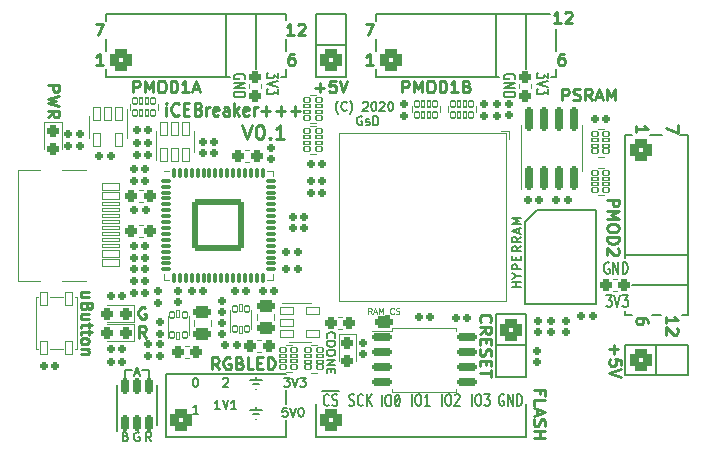
<source format=gto>
G04 #@! TF.GenerationSoftware,KiCad,Pcbnew,(5.99.0-7519-ga8269b6380)*
G04 #@! TF.CreationDate,2020-12-12T14:20:42-08:00*
G04 #@! TF.ProjectId,icebreaker++,69636562-7265-4616-9b65-722b2b2e6b69,V0.1*
G04 #@! TF.SameCoordinates,PX1c9c380PY3ef1480*
G04 #@! TF.FileFunction,Legend,Top*
G04 #@! TF.FilePolarity,Positive*
%FSLAX46Y46*%
G04 Gerber Fmt 4.6, Leading zero omitted, Abs format (unit mm)*
G04 Created by KiCad (PCBNEW (5.99.0-7519-ga8269b6380)) date 2020-12-12 14:20:42*
%MOMM*%
%LPD*%
G01*
G04 APERTURE LIST*
G04 Aperture macros list*
%AMRoundRect*
0 Rectangle with rounded corners*
0 $1 Rounding radius*
0 $2 $3 $4 $5 $6 $7 $8 $9 X,Y pos of 4 corners*
0 Add a 4 corners polygon primitive as box body*
4,1,4,$2,$3,$4,$5,$6,$7,$8,$9,$2,$3,0*
0 Add four circle primitives for the rounded corners*
1,1,$1+$1,$2,$3,0*
1,1,$1+$1,$4,$5,0*
1,1,$1+$1,$6,$7,0*
1,1,$1+$1,$8,$9,0*
0 Add four rect primitives between the rounded corners*
20,1,$1+$1,$2,$3,$4,$5,0*
20,1,$1+$1,$4,$5,$6,$7,0*
20,1,$1+$1,$6,$7,$8,$9,0*
20,1,$1+$1,$8,$9,$2,$3,0*%
G04 Aperture macros list end*
%ADD10C,0.200000*%
%ADD11C,0.250000*%
%ADD12C,0.187500*%
%ADD13C,0.125000*%
%ADD14C,0.120000*%
%ADD15C,0.150000*%
%ADD16RoundRect,0.365440X0.548160X-0.548160X0.548160X0.548160X-0.548160X0.548160X-0.548160X-0.548160X0*%
%ADD17O,1.827200X1.827200*%
%ADD18C,1.827200*%
%ADD19RoundRect,0.365440X0.548160X0.548160X-0.548160X0.548160X-0.548160X-0.548160X0.548160X-0.548160X0*%
%ADD20C,3.300000*%
%ADD21RoundRect,0.172500X0.172500X0.197500X-0.172500X0.197500X-0.172500X-0.197500X0.172500X-0.197500X0*%
%ADD22RoundRect,0.360000X0.540000X-0.540000X0.540000X0.540000X-0.540000X0.540000X-0.540000X-0.540000X0*%
%ADD23O,1.800000X1.800000*%
%ADD24RoundRect,0.360000X-0.540000X-0.540000X0.540000X-0.540000X0.540000X0.540000X-0.540000X0.540000X0*%
%ADD25RoundRect,0.172500X0.197500X-0.172500X0.197500X0.172500X-0.197500X0.172500X-0.197500X-0.172500X0*%
%ADD26RoundRect,0.172500X-0.172500X-0.197500X0.172500X-0.197500X0.172500X0.197500X-0.172500X0.197500X0*%
%ADD27RoundRect,0.050000X0.325000X-0.530000X0.325000X0.530000X-0.325000X0.530000X-0.325000X-0.530000X0*%
%ADD28RoundRect,0.087500X-0.362500X-0.087500X0.362500X-0.087500X0.362500X0.087500X-0.362500X0.087500X0*%
%ADD29RoundRect,0.087500X-0.087500X-0.362500X0.087500X-0.362500X0.087500X0.362500X-0.087500X0.362500X0*%
%ADD30RoundRect,0.253650X-1.971349X-1.971349X1.971349X-1.971349X1.971349X1.971349X-1.971349X1.971349X0*%
%ADD31RoundRect,0.243750X-0.281250X0.243750X-0.281250X-0.243750X0.281250X-0.243750X0.281250X0.243750X0*%
%ADD32RoundRect,0.243750X0.243750X0.281250X-0.243750X0.281250X-0.243750X-0.281250X0.243750X-0.281250X0*%
%ADD33RoundRect,0.172500X-0.197500X0.172500X-0.197500X-0.172500X0.197500X-0.172500X0.197500X0.172500X0*%
%ADD34RoundRect,0.050000X0.200000X-0.250000X0.200000X0.250000X-0.200000X0.250000X-0.200000X-0.250000X0*%
%ADD35RoundRect,0.050000X0.150000X-0.250000X0.150000X0.250000X-0.150000X0.250000X-0.150000X-0.250000X0*%
%ADD36RoundRect,0.360000X-0.540000X0.540000X-0.540000X-0.540000X0.540000X-0.540000X0.540000X0.540000X0*%
%ADD37RoundRect,0.050000X-0.250000X-0.200000X0.250000X-0.200000X0.250000X0.200000X-0.250000X0.200000X0*%
%ADD38RoundRect,0.050000X-0.250000X-0.150000X0.250000X-0.150000X0.250000X0.150000X-0.250000X0.150000X0*%
%ADD39RoundRect,0.243750X0.281250X-0.243750X0.281250X0.243750X-0.281250X0.243750X-0.281250X-0.243750X0*%
%ADD40RoundRect,0.243750X-0.243750X-0.281250X0.243750X-0.281250X0.243750X0.281250X-0.243750X0.281250X0*%
%ADD41RoundRect,0.050000X-0.325000X0.525000X-0.325000X-0.525000X0.325000X-0.525000X0.325000X0.525000X0*%
%ADD42RoundRect,0.275000X-0.525000X-0.275000X0.525000X-0.275000X0.525000X0.275000X-0.525000X0.275000X0*%
%ADD43RoundRect,0.175000X0.175000X-0.475000X0.175000X0.475000X-0.175000X0.475000X-0.175000X-0.475000X0*%
%ADD44RoundRect,0.050000X-0.325000X0.530000X-0.325000X-0.530000X0.325000X-0.530000X0.325000X0.530000X0*%
%ADD45RoundRect,0.050000X-0.530000X-0.325000X0.530000X-0.325000X0.530000X0.325000X-0.530000X0.325000X0*%
%ADD46RoundRect,0.175000X0.175000X-0.850000X0.175000X0.850000X-0.175000X0.850000X-0.175000X-0.850000X0*%
%ADD47C,0.750000*%
%ADD48RoundRect,0.050000X-0.725000X0.300000X-0.725000X-0.300000X0.725000X-0.300000X0.725000X0.300000X0*%
%ADD49RoundRect,0.050000X-0.725000X0.150000X-0.725000X-0.150000X0.725000X-0.150000X0.725000X0.150000X0*%
%ADD50O,1.700000X1.100000*%
%ADD51O,2.200000X1.100000*%
%ADD52C,0.450000*%
%ADD53RoundRect,0.268750X-0.481250X0.268750X-0.481250X-0.268750X0.481250X-0.268750X0.481250X0.268750X0*%
%ADD54RoundRect,0.050000X0.187500X-0.250000X0.187500X0.250000X-0.187500X0.250000X-0.187500X-0.250000X0*%
%ADD55RoundRect,0.050000X0.150000X-0.325000X0.150000X0.325000X-0.150000X0.325000X-0.150000X-0.325000X0*%
%ADD56C,0.470000*%
%ADD57RoundRect,0.175000X-0.675000X-0.175000X0.675000X-0.175000X0.675000X0.175000X-0.675000X0.175000X0*%
G04 APERTURE END LIST*
D10*
X6050000Y33232000D02*
X6050000Y34247999D01*
X16209999Y31073000D02*
X6050000Y31072999D01*
X6050000Y35772000D02*
X6050000Y36407000D01*
X16209999Y31073000D02*
X16591000Y31073000D01*
X16209999Y31073000D02*
X16210000Y36407000D01*
X20909000Y31073000D02*
X21290000Y31073000D01*
X21290000Y35899000D02*
X21290000Y36407000D01*
X6050000Y36407000D02*
X18750000Y36407000D01*
X21290000Y33232000D02*
X21290000Y34248000D01*
X18750000Y31708000D02*
X18750000Y36407000D01*
X18750000Y36407000D02*
X21290000Y36407000D01*
X6050000Y31072999D02*
X6050000Y31708000D01*
X39069999Y31073000D02*
X39324000Y31073000D01*
X28910000Y33232000D02*
X28910000Y34247999D01*
X44150000Y31073000D02*
X44150000Y31708000D01*
X43769000Y31073000D02*
X44150000Y31073000D01*
X41610000Y31708000D02*
X41610000Y36407000D01*
X39069999Y31073000D02*
X39070000Y36407000D01*
X44150000Y33232000D02*
X44150000Y35137000D01*
X41610000Y36407000D02*
X43642000Y36407000D01*
X28910000Y35772000D02*
X28910000Y36407000D01*
X28910000Y36407000D02*
X41610000Y36407000D01*
X39069999Y31073000D02*
X28910000Y31072999D01*
X28910000Y31072999D02*
X28910000Y31708000D01*
X23829999Y31073000D02*
X26370000Y31073000D01*
X26370000Y31073000D02*
X26370000Y36407000D01*
X23829999Y31073000D02*
X23830000Y36407000D01*
X23830000Y36407000D02*
X26370000Y36407000D01*
X50023000Y5800001D02*
X50023000Y8340000D01*
X55357000Y5799998D02*
X50023000Y5800001D01*
X55357000Y8340000D02*
X50023000Y8340000D01*
X55357000Y5799998D02*
X55357000Y8340000D01*
X50023000Y15960001D02*
X50023000Y15706000D01*
X52182000Y26120000D02*
X53197999Y26120000D01*
X54722000Y26120000D02*
X55357000Y26120000D01*
X50022999Y26120000D02*
X50658000Y26120000D01*
X50023000Y11261000D02*
X50023000Y10880000D01*
X50023000Y15960001D02*
X55357000Y15960000D01*
X50658000Y13420000D02*
X55357000Y13420000D01*
X55357000Y13420000D02*
X55357000Y10880000D01*
X55357000Y26120000D02*
X55357000Y13420000D01*
X50023000Y15960001D02*
X50022999Y26120000D01*
X39069999Y11007000D02*
X39070000Y5673000D01*
X41610002Y11007000D02*
X41609999Y5672999D01*
X39070000Y8340000D02*
X41610000Y8340000D01*
X41609999Y5672999D02*
X39070000Y5673000D01*
X41610002Y11007000D02*
X39069999Y11007000D01*
X21290000Y593000D02*
X21290000Y1990000D01*
X21290000Y593000D02*
X11130000Y593000D01*
X18496000Y5038000D02*
X19004000Y5038000D01*
X18750000Y5419000D02*
X18750000Y5673000D01*
X18750000Y4657000D02*
G75*
G03*
X18750000Y4657000I0J0D01*
G01*
X18242000Y5419000D02*
X19258000Y5419000D01*
X7700000Y6200000D02*
X7700000Y5600000D01*
X50023000Y10880000D02*
X50658000Y10880000D01*
X11130000Y5927000D02*
X21290000Y5927000D01*
X41610000Y593000D02*
X41610000Y3387000D01*
X21290000Y31073000D02*
X21290000Y31708000D01*
X18242000Y2879000D02*
X19258000Y2879000D01*
X54849000Y10880000D02*
X55357000Y10880000D01*
X18750000Y2117000D02*
G75*
G03*
X18750000Y2117000I0J0D01*
G01*
X52690000Y8340000D02*
X52690000Y5800000D01*
X52309000Y10880000D02*
X53071000Y10880000D01*
X9100000Y6200000D02*
X9700000Y6200000D01*
X18496000Y2498000D02*
X19004000Y2498000D01*
X23830000Y593000D02*
X41610000Y593000D01*
X8300000Y6200000D02*
X7700000Y6200000D01*
X23830000Y593000D02*
X23830000Y3387000D01*
X11130000Y5927000D02*
X11130000Y593000D01*
X30600000Y3325000D02*
X30900000Y3975000D01*
X9700000Y6200000D02*
X9700000Y5600000D01*
X21290000Y4530000D02*
X21290000Y3387000D01*
X23830000Y33740000D02*
X26370000Y33740000D01*
X18750000Y2879000D02*
X18750000Y3133000D01*
D11*
X8368095Y29731620D02*
X8368095Y30731620D01*
X8749047Y30731620D01*
X8844285Y30684000D01*
X8891904Y30636381D01*
X8939523Y30541143D01*
X8939523Y30398286D01*
X8891904Y30303048D01*
X8844285Y30255429D01*
X8749047Y30207810D01*
X8368095Y30207810D01*
X9368095Y29731620D02*
X9368095Y30731620D01*
X9701428Y30017334D01*
X10034761Y30731620D01*
X10034761Y29731620D01*
X10701428Y30731620D02*
X10891904Y30731620D01*
X10987142Y30684000D01*
X11082380Y30588762D01*
X11130000Y30398286D01*
X11130000Y30064953D01*
X11082380Y29874477D01*
X10987142Y29779239D01*
X10891904Y29731620D01*
X10701428Y29731620D01*
X10606190Y29779239D01*
X10510952Y29874477D01*
X10463333Y30064953D01*
X10463333Y30398286D01*
X10510952Y30588762D01*
X10606190Y30684000D01*
X10701428Y30731620D01*
X11558571Y29731620D02*
X11558571Y30731620D01*
X11796666Y30731620D01*
X11939523Y30684000D01*
X12034761Y30588762D01*
X12082380Y30493524D01*
X12130000Y30303048D01*
X12130000Y30160191D01*
X12082380Y29969715D01*
X12034761Y29874477D01*
X11939523Y29779239D01*
X11796666Y29731620D01*
X11558571Y29731620D01*
X13082380Y29731620D02*
X12510952Y29731620D01*
X12796666Y29731620D02*
X12796666Y30731620D01*
X12701428Y30588762D01*
X12606190Y30493524D01*
X12510952Y30445905D01*
X13463333Y30017334D02*
X13939523Y30017334D01*
X13368095Y29731620D02*
X13701428Y30731620D01*
X14034761Y29731620D01*
X23814285Y30112572D02*
X24576190Y30112572D01*
X24195238Y29731620D02*
X24195238Y30493524D01*
X25528571Y30731620D02*
X25052380Y30731620D01*
X25004761Y30255429D01*
X25052380Y30303048D01*
X25147619Y30350667D01*
X25385714Y30350667D01*
X25480952Y30303048D01*
X25528571Y30255429D01*
X25576190Y30160191D01*
X25576190Y29922096D01*
X25528571Y29826858D01*
X25480952Y29779239D01*
X25385714Y29731620D01*
X25147619Y29731620D01*
X25052380Y29779239D01*
X25004761Y29826858D01*
X25861904Y30731620D02*
X26195238Y29731620D01*
X26528571Y30731620D01*
X31156666Y29731620D02*
X31156666Y30731620D01*
X31537619Y30731620D01*
X31632857Y30684000D01*
X31680476Y30636381D01*
X31728095Y30541143D01*
X31728095Y30398286D01*
X31680476Y30303048D01*
X31632857Y30255429D01*
X31537619Y30207810D01*
X31156666Y30207810D01*
X32156666Y29731620D02*
X32156666Y30731620D01*
X32490000Y30017334D01*
X32823333Y30731620D01*
X32823333Y29731620D01*
X33490000Y30731620D02*
X33680476Y30731620D01*
X33775714Y30684000D01*
X33870952Y30588762D01*
X33918571Y30398286D01*
X33918571Y30064953D01*
X33870952Y29874477D01*
X33775714Y29779239D01*
X33680476Y29731620D01*
X33490000Y29731620D01*
X33394761Y29779239D01*
X33299523Y29874477D01*
X33251904Y30064953D01*
X33251904Y30398286D01*
X33299523Y30588762D01*
X33394761Y30684000D01*
X33490000Y30731620D01*
X34347142Y29731620D02*
X34347142Y30731620D01*
X34585238Y30731620D01*
X34728095Y30684000D01*
X34823333Y30588762D01*
X34870952Y30493524D01*
X34918571Y30303048D01*
X34918571Y30160191D01*
X34870952Y29969715D01*
X34823333Y29874477D01*
X34728095Y29779239D01*
X34585238Y29731620D01*
X34347142Y29731620D01*
X35870952Y29731620D02*
X35299523Y29731620D01*
X35585238Y29731620D02*
X35585238Y30731620D01*
X35490000Y30588762D01*
X35394761Y30493524D01*
X35299523Y30445905D01*
X36632857Y30255429D02*
X36775714Y30207810D01*
X36823333Y30160191D01*
X36870952Y30064953D01*
X36870952Y29922096D01*
X36823333Y29826858D01*
X36775714Y29779239D01*
X36680476Y29731620D01*
X36299523Y29731620D01*
X36299523Y30731620D01*
X36632857Y30731620D01*
X36728095Y30684000D01*
X36775714Y30636381D01*
X36823333Y30541143D01*
X36823333Y30445905D01*
X36775714Y30350667D01*
X36728095Y30303048D01*
X36632857Y30255429D01*
X36299523Y30255429D01*
X48527619Y20663334D02*
X49527619Y20663334D01*
X49527619Y20282381D01*
X49480000Y20187143D01*
X49432380Y20139524D01*
X49337142Y20091905D01*
X49194285Y20091905D01*
X49099047Y20139524D01*
X49051428Y20187143D01*
X49003809Y20282381D01*
X49003809Y20663334D01*
X48527619Y19663334D02*
X49527619Y19663334D01*
X48813333Y19330000D01*
X49527619Y18996667D01*
X48527619Y18996667D01*
X49527619Y18330000D02*
X49527619Y18139524D01*
X49480000Y18044286D01*
X49384761Y17949048D01*
X49194285Y17901429D01*
X48860952Y17901429D01*
X48670476Y17949048D01*
X48575238Y18044286D01*
X48527619Y18139524D01*
X48527619Y18330000D01*
X48575238Y18425239D01*
X48670476Y18520477D01*
X48860952Y18568096D01*
X49194285Y18568096D01*
X49384761Y18520477D01*
X49480000Y18425239D01*
X49527619Y18330000D01*
X48527619Y17472858D02*
X49527619Y17472858D01*
X49527619Y17234762D01*
X49480000Y17091905D01*
X49384761Y16996667D01*
X49289523Y16949048D01*
X49099047Y16901429D01*
X48956190Y16901429D01*
X48765714Y16949048D01*
X48670476Y16996667D01*
X48575238Y17091905D01*
X48527619Y17234762D01*
X48527619Y17472858D01*
X49432380Y16520477D02*
X49480000Y16472858D01*
X49527619Y16377620D01*
X49527619Y16139524D01*
X49480000Y16044286D01*
X49432380Y15996667D01*
X49337142Y15949048D01*
X49241904Y15949048D01*
X49099047Y15996667D01*
X48527619Y16568096D01*
X48527619Y15949048D01*
X42824428Y4188477D02*
X42824428Y4521810D01*
X42300619Y4521810D02*
X43300619Y4521810D01*
X43300619Y4045620D01*
X42300619Y3188477D02*
X42300619Y3664667D01*
X43300619Y3664667D01*
X42586333Y2902762D02*
X42586333Y2426572D01*
X42300619Y2998000D02*
X43300619Y2664667D01*
X42300619Y2331334D01*
X42348238Y2045620D02*
X42300619Y1902762D01*
X42300619Y1664667D01*
X42348238Y1569429D01*
X42395857Y1521810D01*
X42491095Y1474191D01*
X42586333Y1474191D01*
X42681571Y1521810D01*
X42729190Y1569429D01*
X42776809Y1664667D01*
X42824428Y1855143D01*
X42872047Y1950381D01*
X42919666Y1998000D01*
X43014904Y2045620D01*
X43110142Y2045620D01*
X43205380Y1998000D01*
X43253000Y1950381D01*
X43300619Y1855143D01*
X43300619Y1617048D01*
X43253000Y1474191D01*
X42300619Y1045620D02*
X43300619Y1045620D01*
X42824428Y1045620D02*
X42824428Y474191D01*
X42300619Y474191D02*
X43300619Y474191D01*
X15652380Y6297620D02*
X15319047Y6773810D01*
X15080952Y6297620D02*
X15080952Y7297620D01*
X15461904Y7297620D01*
X15557142Y7250000D01*
X15604761Y7202381D01*
X15652380Y7107143D01*
X15652380Y6964286D01*
X15604761Y6869048D01*
X15557142Y6821429D01*
X15461904Y6773810D01*
X15080952Y6773810D01*
X16604761Y7250000D02*
X16509523Y7297620D01*
X16366666Y7297620D01*
X16223809Y7250000D01*
X16128571Y7154762D01*
X16080952Y7059524D01*
X16033333Y6869048D01*
X16033333Y6726191D01*
X16080952Y6535715D01*
X16128571Y6440477D01*
X16223809Y6345239D01*
X16366666Y6297620D01*
X16461904Y6297620D01*
X16604761Y6345239D01*
X16652380Y6392858D01*
X16652380Y6726191D01*
X16461904Y6726191D01*
X17414285Y6821429D02*
X17557142Y6773810D01*
X17604761Y6726191D01*
X17652380Y6630953D01*
X17652380Y6488096D01*
X17604761Y6392858D01*
X17557142Y6345239D01*
X17461904Y6297620D01*
X17080952Y6297620D01*
X17080952Y7297620D01*
X17414285Y7297620D01*
X17509523Y7250000D01*
X17557142Y7202381D01*
X17604761Y7107143D01*
X17604761Y7011905D01*
X17557142Y6916667D01*
X17509523Y6869048D01*
X17414285Y6821429D01*
X17080952Y6821429D01*
X18557142Y6297620D02*
X18080952Y6297620D01*
X18080952Y7297620D01*
X18890476Y6821429D02*
X19223809Y6821429D01*
X19366666Y6297620D02*
X18890476Y6297620D01*
X18890476Y7297620D01*
X19366666Y7297620D01*
X19795238Y6297620D02*
X19795238Y7297620D01*
X20033333Y7297620D01*
X20176190Y7250000D01*
X20271428Y7154762D01*
X20319047Y7059524D01*
X20366666Y6869048D01*
X20366666Y6726191D01*
X20319047Y6535715D01*
X20271428Y6440477D01*
X20176190Y6345239D01*
X20033333Y6297620D01*
X19795238Y6297620D01*
X49062571Y8355715D02*
X49062571Y7593810D01*
X48681619Y7974762D02*
X49443523Y7974762D01*
X49681619Y6641429D02*
X49681619Y7117620D01*
X49205428Y7165239D01*
X49253047Y7117620D01*
X49300666Y7022381D01*
X49300666Y6784286D01*
X49253047Y6689048D01*
X49205428Y6641429D01*
X49110190Y6593810D01*
X48872095Y6593810D01*
X48776857Y6641429D01*
X48729238Y6689048D01*
X48681619Y6784286D01*
X48681619Y7022381D01*
X48729238Y7117620D01*
X48776857Y7165239D01*
X49681619Y6308096D02*
X48681619Y5974762D01*
X49681619Y5641429D01*
X9411904Y11500000D02*
X9316666Y11547620D01*
X9173809Y11547620D01*
X9030952Y11500000D01*
X8935714Y11404762D01*
X8888095Y11309524D01*
X8840476Y11119048D01*
X8840476Y10976191D01*
X8888095Y10785715D01*
X8935714Y10690477D01*
X9030952Y10595239D01*
X9173809Y10547620D01*
X9269047Y10547620D01*
X9411904Y10595239D01*
X9459523Y10642858D01*
X9459523Y10976191D01*
X9269047Y10976191D01*
X9459523Y8947620D02*
X9126190Y9423810D01*
X8888095Y8947620D02*
X8888095Y9947620D01*
X9269047Y9947620D01*
X9364285Y9900000D01*
X9411904Y9852381D01*
X9459523Y9757143D01*
X9459523Y9614286D01*
X9411904Y9519048D01*
X9364285Y9471429D01*
X9269047Y9423810D01*
X8888095Y9423810D01*
D12*
X24832142Y8967858D02*
X24796428Y9003572D01*
X24760714Y9110715D01*
X24760714Y9182143D01*
X24796428Y9289286D01*
X24867857Y9360715D01*
X24939285Y9396429D01*
X25082142Y9432143D01*
X25189285Y9432143D01*
X25332142Y9396429D01*
X25403571Y9360715D01*
X25475000Y9289286D01*
X25510714Y9182143D01*
X25510714Y9110715D01*
X25475000Y9003572D01*
X25439285Y8967858D01*
X24760714Y8646429D02*
X25510714Y8646429D01*
X25510714Y8467858D01*
X25475000Y8360715D01*
X25403571Y8289286D01*
X25332142Y8253572D01*
X25189285Y8217858D01*
X25082142Y8217858D01*
X24939285Y8253572D01*
X24867857Y8289286D01*
X24796428Y8360715D01*
X24760714Y8467858D01*
X24760714Y8646429D01*
X25510714Y7753572D02*
X25510714Y7610715D01*
X25475000Y7539286D01*
X25403571Y7467858D01*
X25260714Y7432143D01*
X25010714Y7432143D01*
X24867857Y7467858D01*
X24796428Y7539286D01*
X24760714Y7610715D01*
X24760714Y7753572D01*
X24796428Y7825000D01*
X24867857Y7896429D01*
X25010714Y7932143D01*
X25260714Y7932143D01*
X25403571Y7896429D01*
X25475000Y7825000D01*
X25510714Y7753572D01*
X24760714Y7110715D02*
X25510714Y7110715D01*
X24760714Y6682143D01*
X25510714Y6682143D01*
X25153571Y6325000D02*
X25153571Y6075000D01*
X24760714Y5967858D02*
X24760714Y6325000D01*
X25510714Y6325000D01*
X25510714Y5967858D01*
D11*
X4614285Y12414286D02*
X3947619Y12414286D01*
X4614285Y12842858D02*
X4090476Y12842858D01*
X3995238Y12795239D01*
X3947619Y12700000D01*
X3947619Y12557143D01*
X3995238Y12461905D01*
X4042857Y12414286D01*
X4471428Y11604762D02*
X4423809Y11461905D01*
X4376190Y11414286D01*
X4280952Y11366667D01*
X4138095Y11366667D01*
X4042857Y11414286D01*
X3995238Y11461905D01*
X3947619Y11557143D01*
X3947619Y11938096D01*
X4947619Y11938096D01*
X4947619Y11604762D01*
X4900000Y11509524D01*
X4852380Y11461905D01*
X4757142Y11414286D01*
X4661904Y11414286D01*
X4566666Y11461905D01*
X4519047Y11509524D01*
X4471428Y11604762D01*
X4471428Y11938096D01*
X4614285Y10509524D02*
X3947619Y10509524D01*
X4614285Y10938096D02*
X4090476Y10938096D01*
X3995238Y10890477D01*
X3947619Y10795239D01*
X3947619Y10652381D01*
X3995238Y10557143D01*
X4042857Y10509524D01*
X4614285Y10176191D02*
X4614285Y9795239D01*
X4947619Y10033334D02*
X4090476Y10033334D01*
X3995238Y9985715D01*
X3947619Y9890477D01*
X3947619Y9795239D01*
X4614285Y9604762D02*
X4614285Y9223810D01*
X4947619Y9461905D02*
X4090476Y9461905D01*
X3995238Y9414286D01*
X3947619Y9319048D01*
X3947619Y9223810D01*
X3947619Y8747620D02*
X3995238Y8842858D01*
X4042857Y8890477D01*
X4138095Y8938096D01*
X4423809Y8938096D01*
X4519047Y8890477D01*
X4566666Y8842858D01*
X4614285Y8747620D01*
X4614285Y8604762D01*
X4566666Y8509524D01*
X4519047Y8461905D01*
X4423809Y8414286D01*
X4138095Y8414286D01*
X4042857Y8461905D01*
X3995238Y8509524D01*
X3947619Y8604762D01*
X3947619Y8747620D01*
X4614285Y7985715D02*
X3947619Y7985715D01*
X4519047Y7985715D02*
X4566666Y7938096D01*
X4614285Y7842858D01*
X4614285Y7700000D01*
X4566666Y7604762D01*
X4471428Y7557143D01*
X3947619Y7557143D01*
D12*
X25767857Y27898750D02*
X25732142Y27934465D01*
X25660714Y28041608D01*
X25625000Y28113036D01*
X25589285Y28220179D01*
X25553571Y28398750D01*
X25553571Y28541608D01*
X25589285Y28720179D01*
X25625000Y28827322D01*
X25660714Y28898750D01*
X25732142Y29005893D01*
X25767857Y29041608D01*
X26482142Y28255893D02*
X26446428Y28220179D01*
X26339285Y28184465D01*
X26267857Y28184465D01*
X26160714Y28220179D01*
X26089285Y28291608D01*
X26053571Y28363036D01*
X26017857Y28505893D01*
X26017857Y28613036D01*
X26053571Y28755893D01*
X26089285Y28827322D01*
X26160714Y28898750D01*
X26267857Y28934465D01*
X26339285Y28934465D01*
X26446428Y28898750D01*
X26482142Y28863036D01*
X26732142Y27898750D02*
X26767857Y27934465D01*
X26839285Y28041608D01*
X26875000Y28113036D01*
X26910714Y28220179D01*
X26946428Y28398750D01*
X26946428Y28541608D01*
X26910714Y28720179D01*
X26875000Y28827322D01*
X26839285Y28898750D01*
X26767857Y29005893D01*
X26732142Y29041608D01*
X27839285Y28863036D02*
X27875000Y28898750D01*
X27946428Y28934465D01*
X28125000Y28934465D01*
X28196428Y28898750D01*
X28232142Y28863036D01*
X28267857Y28791608D01*
X28267857Y28720179D01*
X28232142Y28613036D01*
X27803571Y28184465D01*
X28267857Y28184465D01*
X28732142Y28934465D02*
X28803571Y28934465D01*
X28875000Y28898750D01*
X28910714Y28863036D01*
X28946428Y28791608D01*
X28982142Y28648750D01*
X28982142Y28470179D01*
X28946428Y28327322D01*
X28910714Y28255893D01*
X28875000Y28220179D01*
X28803571Y28184465D01*
X28732142Y28184465D01*
X28660714Y28220179D01*
X28625000Y28255893D01*
X28589285Y28327322D01*
X28553571Y28470179D01*
X28553571Y28648750D01*
X28589285Y28791608D01*
X28625000Y28863036D01*
X28660714Y28898750D01*
X28732142Y28934465D01*
X29267857Y28863036D02*
X29303571Y28898750D01*
X29375000Y28934465D01*
X29553571Y28934465D01*
X29625000Y28898750D01*
X29660714Y28863036D01*
X29696428Y28791608D01*
X29696428Y28720179D01*
X29660714Y28613036D01*
X29232142Y28184465D01*
X29696428Y28184465D01*
X30160714Y28934465D02*
X30232142Y28934465D01*
X30303571Y28898750D01*
X30339285Y28863036D01*
X30375000Y28791608D01*
X30410714Y28648750D01*
X30410714Y28470179D01*
X30375000Y28327322D01*
X30339285Y28255893D01*
X30303571Y28220179D01*
X30232142Y28184465D01*
X30160714Y28184465D01*
X30089285Y28220179D01*
X30053571Y28255893D01*
X30017857Y28327322D01*
X29982142Y28470179D01*
X29982142Y28648750D01*
X30017857Y28791608D01*
X30053571Y28863036D01*
X30089285Y28898750D01*
X30160714Y28934465D01*
X27767857Y27691250D02*
X27696428Y27726965D01*
X27589285Y27726965D01*
X27482142Y27691250D01*
X27410714Y27619822D01*
X27375000Y27548393D01*
X27339285Y27405536D01*
X27339285Y27298393D01*
X27375000Y27155536D01*
X27410714Y27084108D01*
X27482142Y27012679D01*
X27589285Y26976965D01*
X27660714Y26976965D01*
X27767857Y27012679D01*
X27803571Y27048393D01*
X27803571Y27298393D01*
X27660714Y27298393D01*
X28089285Y27012679D02*
X28160714Y26976965D01*
X28303571Y26976965D01*
X28375000Y27012679D01*
X28410714Y27084108D01*
X28410714Y27119822D01*
X28375000Y27191250D01*
X28303571Y27226965D01*
X28196428Y27226965D01*
X28125000Y27262679D01*
X28089285Y27334108D01*
X28089285Y27369822D01*
X28125000Y27441250D01*
X28196428Y27476965D01*
X28303571Y27476965D01*
X28375000Y27441250D01*
X28732142Y26976965D02*
X28732142Y27726965D01*
X28910714Y27726965D01*
X29017857Y27691250D01*
X29089285Y27619822D01*
X29125000Y27548393D01*
X29160714Y27405536D01*
X29160714Y27298393D01*
X29125000Y27155536D01*
X29089285Y27084108D01*
X29017857Y27012679D01*
X28910714Y26976965D01*
X28732142Y26976965D01*
D11*
X17631428Y26977143D02*
X18031428Y25777143D01*
X18431428Y26977143D01*
X19060000Y26977143D02*
X19174285Y26977143D01*
X19288571Y26920000D01*
X19345714Y26862858D01*
X19402857Y26748572D01*
X19460000Y26520000D01*
X19460000Y26234286D01*
X19402857Y26005715D01*
X19345714Y25891429D01*
X19288571Y25834286D01*
X19174285Y25777143D01*
X19060000Y25777143D01*
X18945714Y25834286D01*
X18888571Y25891429D01*
X18831428Y26005715D01*
X18774285Y26234286D01*
X18774285Y26520000D01*
X18831428Y26748572D01*
X18888571Y26862858D01*
X18945714Y26920000D01*
X19060000Y26977143D01*
X19974285Y25891429D02*
X20031428Y25834286D01*
X19974285Y25777143D01*
X19917142Y25834286D01*
X19974285Y25891429D01*
X19974285Y25777143D01*
X21174285Y25777143D02*
X20488571Y25777143D01*
X20831428Y25777143D02*
X20831428Y26977143D01*
X20717142Y26805715D01*
X20602857Y26691429D01*
X20488571Y26634286D01*
X1147619Y30333334D02*
X2147619Y30333334D01*
X2147619Y29952381D01*
X2100000Y29857143D01*
X2052380Y29809524D01*
X1957142Y29761905D01*
X1814285Y29761905D01*
X1719047Y29809524D01*
X1671428Y29857143D01*
X1623809Y29952381D01*
X1623809Y30333334D01*
X2147619Y29428572D02*
X1147619Y29190477D01*
X1861904Y29000000D01*
X1147619Y28809524D01*
X2147619Y28571429D01*
X1147619Y27619048D02*
X1623809Y27952381D01*
X1147619Y28190477D02*
X2147619Y28190477D01*
X2147619Y27809524D01*
X2100000Y27714286D01*
X2052380Y27666667D01*
X1957142Y27619048D01*
X1814285Y27619048D01*
X1719047Y27666667D01*
X1671428Y27714286D01*
X1623809Y27809524D01*
X1623809Y28190477D01*
X5827714Y32017620D02*
X5256285Y32017620D01*
X5542000Y32017620D02*
X5542000Y33017620D01*
X5446761Y32874762D01*
X5351523Y32779524D01*
X5256285Y32731905D01*
X5208666Y35557620D02*
X5875333Y35557620D01*
X5446761Y34557620D01*
X28068666Y35557620D02*
X28735333Y35557620D01*
X28306761Y34557620D01*
X28687714Y32017620D02*
X28116285Y32017620D01*
X28402000Y32017620D02*
X28402000Y33017620D01*
X28306761Y32874762D01*
X28211523Y32779524D01*
X28116285Y32731905D01*
X21988476Y33017620D02*
X21798000Y33017620D01*
X21702761Y32970000D01*
X21655142Y32922381D01*
X21559904Y32779524D01*
X21512285Y32589048D01*
X21512285Y32208096D01*
X21559904Y32112858D01*
X21607523Y32065239D01*
X21702761Y32017620D01*
X21893238Y32017620D01*
X21988476Y32065239D01*
X22036095Y32112858D01*
X22083714Y32208096D01*
X22083714Y32446191D01*
X22036095Y32541429D01*
X21988476Y32589048D01*
X21893238Y32636667D01*
X21702761Y32636667D01*
X21607523Y32589048D01*
X21559904Y32541429D01*
X21512285Y32446191D01*
X44848476Y33017620D02*
X44658000Y33017620D01*
X44562761Y32970000D01*
X44515142Y32922381D01*
X44419904Y32779524D01*
X44372285Y32589048D01*
X44372285Y32208096D01*
X44419904Y32112858D01*
X44467523Y32065239D01*
X44562761Y32017620D01*
X44753238Y32017620D01*
X44848476Y32065239D01*
X44896095Y32112858D01*
X44943714Y32208096D01*
X44943714Y32446191D01*
X44896095Y32541429D01*
X44848476Y32589048D01*
X44753238Y32636667D01*
X44562761Y32636667D01*
X44467523Y32589048D01*
X44419904Y32541429D01*
X44372285Y32446191D01*
X44594523Y35573620D02*
X44023095Y35573620D01*
X44308809Y35573620D02*
X44308809Y36573620D01*
X44213571Y36430762D01*
X44118333Y36335524D01*
X44023095Y36287905D01*
X44975476Y36478381D02*
X45023095Y36526000D01*
X45118333Y36573620D01*
X45356428Y36573620D01*
X45451666Y36526000D01*
X45499285Y36478381D01*
X45546904Y36383143D01*
X45546904Y36287905D01*
X45499285Y36145048D01*
X44927857Y35573620D01*
X45546904Y35573620D01*
X54507619Y26961334D02*
X54507619Y26294667D01*
X53507619Y26723239D01*
X50967619Y26342286D02*
X50967619Y26913715D01*
X50967619Y26628000D02*
X51967619Y26628000D01*
X51824761Y26723239D01*
X51729523Y26818477D01*
X51681904Y26913715D01*
D12*
X48459428Y12570620D02*
X48923714Y12570620D01*
X48673714Y12189667D01*
X48780857Y12189667D01*
X48852285Y12142048D01*
X48888000Y12094429D01*
X48923714Y11999191D01*
X48923714Y11761096D01*
X48888000Y11665858D01*
X48852285Y11618239D01*
X48780857Y11570620D01*
X48566571Y11570620D01*
X48495142Y11618239D01*
X48459428Y11665858D01*
X49138000Y12570620D02*
X49388000Y11570620D01*
X49638000Y12570620D01*
X49816571Y12570620D02*
X50280857Y12570620D01*
X50030857Y12189667D01*
X50138000Y12189667D01*
X50209428Y12142048D01*
X50245142Y12094429D01*
X50280857Y11999191D01*
X50280857Y11761096D01*
X50245142Y11665858D01*
X50209428Y11618239D01*
X50138000Y11570620D01*
X49923714Y11570620D01*
X49852285Y11618239D01*
X49816571Y11665858D01*
X43554619Y31378572D02*
X43554619Y30914286D01*
X43173666Y31164286D01*
X43173666Y31057143D01*
X43126047Y30985715D01*
X43078428Y30950000D01*
X42983190Y30914286D01*
X42745095Y30914286D01*
X42649857Y30950000D01*
X42602238Y30985715D01*
X42554619Y31057143D01*
X42554619Y31271429D01*
X42602238Y31342858D01*
X42649857Y31378572D01*
X43554619Y30700000D02*
X42554619Y30450000D01*
X43554619Y30200000D01*
X43554619Y30021429D02*
X43554619Y29557143D01*
X43173666Y29807143D01*
X43173666Y29700000D01*
X43126047Y29628572D01*
X43078428Y29592858D01*
X42983190Y29557143D01*
X42745095Y29557143D01*
X42649857Y29592858D01*
X42602238Y29628572D01*
X42554619Y29700000D01*
X42554619Y29914286D01*
X42602238Y29985715D01*
X42649857Y30021429D01*
X40713000Y30882429D02*
X40760619Y30953858D01*
X40760619Y31061000D01*
X40713000Y31168143D01*
X40617761Y31239572D01*
X40522523Y31275286D01*
X40332047Y31311000D01*
X40189190Y31311000D01*
X39998714Y31275286D01*
X39903476Y31239572D01*
X39808238Y31168143D01*
X39760619Y31061000D01*
X39760619Y30989572D01*
X39808238Y30882429D01*
X39855857Y30846715D01*
X40189190Y30846715D01*
X40189190Y30989572D01*
X39760619Y30525286D02*
X40760619Y30525286D01*
X39760619Y30096715D01*
X40760619Y30096715D01*
X39760619Y29739572D02*
X40760619Y29739572D01*
X40760619Y29561000D01*
X40713000Y29453858D01*
X40617761Y29382429D01*
X40522523Y29346715D01*
X40332047Y29311000D01*
X40189190Y29311000D01*
X39998714Y29346715D01*
X39903476Y29382429D01*
X39808238Y29453858D01*
X39760619Y29561000D01*
X39760619Y29739572D01*
X20694619Y31378572D02*
X20694619Y30914286D01*
X20313666Y31164286D01*
X20313666Y31057143D01*
X20266047Y30985715D01*
X20218428Y30950000D01*
X20123190Y30914286D01*
X19885095Y30914286D01*
X19789857Y30950000D01*
X19742238Y30985715D01*
X19694619Y31057143D01*
X19694619Y31271429D01*
X19742238Y31342858D01*
X19789857Y31378572D01*
X20694619Y30700000D02*
X19694619Y30450000D01*
X20694619Y30200000D01*
X20694619Y30021429D02*
X20694619Y29557143D01*
X20313666Y29807143D01*
X20313666Y29700000D01*
X20266047Y29628572D01*
X20218428Y29592858D01*
X20123190Y29557143D01*
X19885095Y29557143D01*
X19789857Y29592858D01*
X19742238Y29628572D01*
X19694619Y29700000D01*
X19694619Y29914286D01*
X19742238Y29985715D01*
X19789857Y30021429D01*
X17853000Y30882429D02*
X17900619Y30953858D01*
X17900619Y31061000D01*
X17853000Y31168143D01*
X17757761Y31239572D01*
X17662523Y31275286D01*
X17472047Y31311000D01*
X17329190Y31311000D01*
X17138714Y31275286D01*
X17043476Y31239572D01*
X16948238Y31168143D01*
X16900619Y31061000D01*
X16900619Y30989572D01*
X16948238Y30882429D01*
X16995857Y30846715D01*
X17329190Y30846715D01*
X17329190Y30989572D01*
X16900619Y30525286D02*
X17900619Y30525286D01*
X16900619Y30096715D01*
X17900619Y30096715D01*
X16900619Y29739572D02*
X17900619Y29739572D01*
X17900619Y29561000D01*
X17853000Y29453858D01*
X17757761Y29382429D01*
X17662523Y29346715D01*
X17472047Y29311000D01*
X17329190Y29311000D01*
X17138714Y29346715D01*
X17043476Y29382429D01*
X16948238Y29453858D01*
X16900619Y29561000D01*
X16900619Y29739572D01*
D11*
X21988523Y34557620D02*
X21417095Y34557620D01*
X21702809Y34557620D02*
X21702809Y35557620D01*
X21607571Y35414762D01*
X21512333Y35319524D01*
X21417095Y35271905D01*
X22369476Y35462381D02*
X22417095Y35510000D01*
X22512333Y35557620D01*
X22750428Y35557620D01*
X22845666Y35510000D01*
X22893285Y35462381D01*
X22940904Y35367143D01*
X22940904Y35271905D01*
X22893285Y35129048D01*
X22321857Y34557620D01*
X22940904Y34557620D01*
D12*
X48689571Y15317000D02*
X48618142Y15364620D01*
X48511000Y15364620D01*
X48403857Y15317000D01*
X48332428Y15221762D01*
X48296714Y15126524D01*
X48261000Y14936048D01*
X48261000Y14793191D01*
X48296714Y14602715D01*
X48332428Y14507477D01*
X48403857Y14412239D01*
X48511000Y14364620D01*
X48582428Y14364620D01*
X48689571Y14412239D01*
X48725285Y14459858D01*
X48725285Y14793191D01*
X48582428Y14793191D01*
X49046714Y14364620D02*
X49046714Y15364620D01*
X49475285Y14364620D01*
X49475285Y15364620D01*
X49832428Y14364620D02*
X49832428Y15364620D01*
X50011000Y15364620D01*
X50118142Y15317000D01*
X50189571Y15221762D01*
X50225285Y15126524D01*
X50261000Y14936048D01*
X50261000Y14793191D01*
X50225285Y14602715D01*
X50189571Y14507477D01*
X50118142Y14412239D01*
X50011000Y14364620D01*
X49832428Y14364620D01*
D11*
X53507619Y10181477D02*
X53507619Y10752905D01*
X53507619Y10467191D02*
X54507619Y10467191D01*
X54364761Y10562429D01*
X54269523Y10657667D01*
X54221904Y10752905D01*
X54412380Y9800524D02*
X54460000Y9752905D01*
X54507619Y9657667D01*
X54507619Y9419572D01*
X54460000Y9324334D01*
X54412380Y9276715D01*
X54317142Y9229096D01*
X54221904Y9229096D01*
X54079047Y9276715D01*
X53507619Y9848143D01*
X53507619Y9229096D01*
X51967619Y10181524D02*
X51967619Y10372000D01*
X51920000Y10467239D01*
X51872380Y10514858D01*
X51729523Y10610096D01*
X51539047Y10657715D01*
X51158095Y10657715D01*
X51062857Y10610096D01*
X51015238Y10562477D01*
X50967619Y10467239D01*
X50967619Y10276762D01*
X51015238Y10181524D01*
X51062857Y10133905D01*
X51158095Y10086286D01*
X51396190Y10086286D01*
X51491428Y10133905D01*
X51539047Y10181524D01*
X51586666Y10276762D01*
X51586666Y10467239D01*
X51539047Y10562477D01*
X51491428Y10610096D01*
X51396190Y10657715D01*
D12*
X39768571Y4141000D02*
X39697142Y4188620D01*
X39590000Y4188620D01*
X39482857Y4141000D01*
X39411428Y4045762D01*
X39375714Y3950524D01*
X39340000Y3760048D01*
X39340000Y3617191D01*
X39375714Y3426715D01*
X39411428Y3331477D01*
X39482857Y3236239D01*
X39590000Y3188620D01*
X39661428Y3188620D01*
X39768571Y3236239D01*
X39804285Y3283858D01*
X39804285Y3617191D01*
X39661428Y3617191D01*
X40125714Y3188620D02*
X40125714Y4188620D01*
X40554285Y3188620D01*
X40554285Y4188620D01*
X40911428Y3188620D02*
X40911428Y4188620D01*
X41090000Y4188620D01*
X41197142Y4141000D01*
X41268571Y4045762D01*
X41304285Y3950524D01*
X41340000Y3760048D01*
X41340000Y3617191D01*
X41304285Y3426715D01*
X41268571Y3331477D01*
X41197142Y3236239D01*
X41090000Y3188620D01*
X40911428Y3188620D01*
X37050000Y3188620D02*
X37050000Y4188620D01*
X37550000Y4188620D02*
X37692857Y4188620D01*
X37764285Y4141000D01*
X37835714Y4045762D01*
X37871428Y3855286D01*
X37871428Y3521953D01*
X37835714Y3331477D01*
X37764285Y3236239D01*
X37692857Y3188620D01*
X37550000Y3188620D01*
X37478571Y3236239D01*
X37407142Y3331477D01*
X37371428Y3521953D01*
X37371428Y3855286D01*
X37407142Y4045762D01*
X37478571Y4141000D01*
X37550000Y4188620D01*
X38121428Y4188620D02*
X38585714Y4188620D01*
X38335714Y3807667D01*
X38442857Y3807667D01*
X38514285Y3760048D01*
X38550000Y3712429D01*
X38585714Y3617191D01*
X38585714Y3379096D01*
X38550000Y3283858D01*
X38514285Y3236239D01*
X38442857Y3188620D01*
X38228571Y3188620D01*
X38157142Y3236239D01*
X38121428Y3283858D01*
X34510000Y3188620D02*
X34510000Y4188620D01*
X35010000Y4188620D02*
X35152857Y4188620D01*
X35224285Y4141000D01*
X35295714Y4045762D01*
X35331428Y3855286D01*
X35331428Y3521953D01*
X35295714Y3331477D01*
X35224285Y3236239D01*
X35152857Y3188620D01*
X35010000Y3188620D01*
X34938571Y3236239D01*
X34867142Y3331477D01*
X34831428Y3521953D01*
X34831428Y3855286D01*
X34867142Y4045762D01*
X34938571Y4141000D01*
X35010000Y4188620D01*
X35617142Y4093381D02*
X35652857Y4141000D01*
X35724285Y4188620D01*
X35902857Y4188620D01*
X35974285Y4141000D01*
X36010000Y4093381D01*
X36045714Y3998143D01*
X36045714Y3902905D01*
X36010000Y3760048D01*
X35581428Y3188620D01*
X36045714Y3188620D01*
X31970000Y3188620D02*
X31970000Y4188620D01*
X32470000Y4188620D02*
X32612857Y4188620D01*
X32684285Y4141000D01*
X32755714Y4045762D01*
X32791428Y3855286D01*
X32791428Y3521953D01*
X32755714Y3331477D01*
X32684285Y3236239D01*
X32612857Y3188620D01*
X32470000Y3188620D01*
X32398571Y3236239D01*
X32327142Y3331477D01*
X32291428Y3521953D01*
X32291428Y3855286D01*
X32327142Y4045762D01*
X32398571Y4141000D01*
X32470000Y4188620D01*
X33505714Y3188620D02*
X33077142Y3188620D01*
X33291428Y3188620D02*
X33291428Y4188620D01*
X33220000Y4045762D01*
X33148571Y3950524D01*
X33077142Y3902905D01*
X29430000Y3147620D02*
X29430000Y4147620D01*
X29930000Y4147620D02*
X30072857Y4147620D01*
X30144285Y4100000D01*
X30215714Y4004762D01*
X30251428Y3814286D01*
X30251428Y3480953D01*
X30215714Y3290477D01*
X30144285Y3195239D01*
X30072857Y3147620D01*
X29930000Y3147620D01*
X29858571Y3195239D01*
X29787142Y3290477D01*
X29751428Y3480953D01*
X29751428Y3814286D01*
X29787142Y4004762D01*
X29858571Y4100000D01*
X29930000Y4147620D01*
X30715714Y4147620D02*
X30787142Y4147620D01*
X30858571Y4100000D01*
X30894285Y4052381D01*
X30930000Y3957143D01*
X30965714Y3766667D01*
X30965714Y3528572D01*
X30930000Y3338096D01*
X30894285Y3242858D01*
X30858571Y3195239D01*
X30787142Y3147620D01*
X30715714Y3147620D01*
X30644285Y3195239D01*
X30608571Y3242858D01*
X30572857Y3338096D01*
X30537142Y3528572D01*
X30537142Y3766667D01*
X30572857Y3957143D01*
X30608571Y4052381D01*
X30644285Y4100000D01*
X30715714Y4147620D01*
X26675714Y3236239D02*
X26782857Y3188620D01*
X26961428Y3188620D01*
X27032857Y3236239D01*
X27068571Y3283858D01*
X27104285Y3379096D01*
X27104285Y3474334D01*
X27068571Y3569572D01*
X27032857Y3617191D01*
X26961428Y3664810D01*
X26818571Y3712429D01*
X26747142Y3760048D01*
X26711428Y3807667D01*
X26675714Y3902905D01*
X26675714Y3998143D01*
X26711428Y4093381D01*
X26747142Y4141000D01*
X26818571Y4188620D01*
X26997142Y4188620D01*
X27104285Y4141000D01*
X27854285Y3283858D02*
X27818571Y3236239D01*
X27711428Y3188620D01*
X27640000Y3188620D01*
X27532857Y3236239D01*
X27461428Y3331477D01*
X27425714Y3426715D01*
X27390000Y3617191D01*
X27390000Y3760048D01*
X27425714Y3950524D01*
X27461428Y4045762D01*
X27532857Y4141000D01*
X27640000Y4188620D01*
X27711428Y4188620D01*
X27818571Y4141000D01*
X27854285Y4093381D01*
X28175714Y3188620D02*
X28175714Y4188620D01*
X28604285Y3188620D02*
X28282857Y3760048D01*
X28604285Y4188620D02*
X28175714Y3617191D01*
X24367857Y4471000D02*
X25117857Y4471000D01*
X24975000Y3283858D02*
X24939285Y3236239D01*
X24832142Y3188620D01*
X24760714Y3188620D01*
X24653571Y3236239D01*
X24582142Y3331477D01*
X24546428Y3426715D01*
X24510714Y3617191D01*
X24510714Y3760048D01*
X24546428Y3950524D01*
X24582142Y4045762D01*
X24653571Y4141000D01*
X24760714Y4188620D01*
X24832142Y4188620D01*
X24939285Y4141000D01*
X24975000Y4093381D01*
X25117857Y4471000D02*
X25832142Y4471000D01*
X25260714Y3236239D02*
X25367857Y3188620D01*
X25546428Y3188620D01*
X25617857Y3236239D01*
X25653571Y3283858D01*
X25689285Y3379096D01*
X25689285Y3474334D01*
X25653571Y3569572D01*
X25617857Y3617191D01*
X25546428Y3664810D01*
X25403571Y3712429D01*
X25332142Y3760048D01*
X25296428Y3807667D01*
X25260714Y3902905D01*
X25260714Y3998143D01*
X25296428Y4093381D01*
X25332142Y4141000D01*
X25403571Y4188620D01*
X25582142Y4188620D01*
X25689285Y4141000D01*
X21425000Y3035715D02*
X21067857Y3035715D01*
X21032142Y2678572D01*
X21067857Y2714286D01*
X21139285Y2750000D01*
X21317857Y2750000D01*
X21389285Y2714286D01*
X21425000Y2678572D01*
X21460714Y2607143D01*
X21460714Y2428572D01*
X21425000Y2357143D01*
X21389285Y2321429D01*
X21317857Y2285715D01*
X21139285Y2285715D01*
X21067857Y2321429D01*
X21032142Y2357143D01*
X21675000Y3035715D02*
X21925000Y2285715D01*
X22175000Y3035715D01*
X22567857Y3035715D02*
X22639285Y3035715D01*
X22710714Y3000000D01*
X22746428Y2964286D01*
X22782142Y2892858D01*
X22817857Y2750000D01*
X22817857Y2571429D01*
X22782142Y2428572D01*
X22746428Y2357143D01*
X22710714Y2321429D01*
X22639285Y2285715D01*
X22567857Y2285715D01*
X22496428Y2321429D01*
X22460714Y2357143D01*
X22425000Y2428572D01*
X22389285Y2571429D01*
X22389285Y2750000D01*
X22425000Y2892858D01*
X22460714Y2964286D01*
X22496428Y3000000D01*
X22567857Y3035715D01*
X13634285Y5575715D02*
X13705714Y5575715D01*
X13777142Y5540000D01*
X13812857Y5504286D01*
X13848571Y5432858D01*
X13884285Y5290000D01*
X13884285Y5111429D01*
X13848571Y4968572D01*
X13812857Y4897143D01*
X13777142Y4861429D01*
X13705714Y4825715D01*
X13634285Y4825715D01*
X13562857Y4861429D01*
X13527142Y4897143D01*
X13491428Y4968572D01*
X13455714Y5111429D01*
X13455714Y5290000D01*
X13491428Y5432858D01*
X13527142Y5504286D01*
X13562857Y5540000D01*
X13634285Y5575715D01*
X13884285Y2539715D02*
X13455714Y2539715D01*
X13670000Y2539715D02*
X13670000Y3289715D01*
X13598571Y3182572D01*
X13527142Y3111143D01*
X13455714Y3075429D01*
X15995714Y5504286D02*
X16031428Y5540000D01*
X16102857Y5575715D01*
X16281428Y5575715D01*
X16352857Y5540000D01*
X16388571Y5504286D01*
X16424285Y5432858D01*
X16424285Y5361429D01*
X16388571Y5254286D01*
X15960000Y4825715D01*
X16424285Y4825715D01*
X15745714Y2920715D02*
X15317142Y2920715D01*
X15531428Y2920715D02*
X15531428Y3670715D01*
X15460000Y3563572D01*
X15388571Y3492143D01*
X15317142Y3456429D01*
X15960000Y3670715D02*
X16210000Y2920715D01*
X16460000Y3670715D01*
X17102857Y2920715D02*
X16674285Y2920715D01*
X16888571Y2920715D02*
X16888571Y3670715D01*
X16817142Y3563572D01*
X16745714Y3492143D01*
X16674285Y3456429D01*
D13*
X28576190Y10973810D02*
X28409523Y11211905D01*
X28290476Y10973810D02*
X28290476Y11473810D01*
X28480952Y11473810D01*
X28528571Y11450000D01*
X28552380Y11426191D01*
X28576190Y11378572D01*
X28576190Y11307143D01*
X28552380Y11259524D01*
X28528571Y11235715D01*
X28480952Y11211905D01*
X28290476Y11211905D01*
X28766666Y11116667D02*
X29004761Y11116667D01*
X28719047Y10973810D02*
X28885714Y11473810D01*
X29052380Y10973810D01*
X29219047Y10973810D02*
X29219047Y11473810D01*
X29385714Y11116667D01*
X29552380Y11473810D01*
X29552380Y10973810D01*
X29671428Y10926191D02*
X30052380Y10926191D01*
X30457142Y11021429D02*
X30433333Y10997620D01*
X30361904Y10973810D01*
X30314285Y10973810D01*
X30242857Y10997620D01*
X30195238Y11045239D01*
X30171428Y11092858D01*
X30147619Y11188096D01*
X30147619Y11259524D01*
X30171428Y11354762D01*
X30195238Y11402381D01*
X30242857Y11450000D01*
X30314285Y11473810D01*
X30361904Y11473810D01*
X30433333Y11450000D01*
X30457142Y11426191D01*
X30647619Y10997620D02*
X30719047Y10973810D01*
X30838095Y10973810D01*
X30885714Y10997620D01*
X30909523Y11021429D01*
X30933333Y11069048D01*
X30933333Y11116667D01*
X30909523Y11164286D01*
X30885714Y11188096D01*
X30838095Y11211905D01*
X30742857Y11235715D01*
X30695238Y11259524D01*
X30671428Y11283334D01*
X30647619Y11330953D01*
X30647619Y11378572D01*
X30671428Y11426191D01*
X30695238Y11450000D01*
X30742857Y11473810D01*
X30861904Y11473810D01*
X30933333Y11450000D01*
D12*
X8896428Y925000D02*
X8825000Y960715D01*
X8717857Y960715D01*
X8610714Y925000D01*
X8539285Y853572D01*
X8503571Y782143D01*
X8467857Y639286D01*
X8467857Y532143D01*
X8503571Y389286D01*
X8539285Y317858D01*
X8610714Y246429D01*
X8717857Y210715D01*
X8789285Y210715D01*
X8896428Y246429D01*
X8932142Y282143D01*
X8932142Y532143D01*
X8789285Y532143D01*
X9932142Y210715D02*
X9682142Y567858D01*
X9503571Y210715D02*
X9503571Y960715D01*
X9789285Y960715D01*
X9860714Y925000D01*
X9896428Y889286D01*
X9932142Y817858D01*
X9932142Y710715D01*
X9896428Y639286D01*
X9860714Y603572D01*
X9789285Y567858D01*
X9503571Y567858D01*
X8521428Y5975000D02*
X8878571Y5975000D01*
X8450000Y5760715D02*
X8700000Y6510715D01*
X8950000Y5760715D01*
X7753571Y603572D02*
X7860714Y567858D01*
X7896428Y532143D01*
X7932142Y460715D01*
X7932142Y353572D01*
X7896428Y282143D01*
X7860714Y246429D01*
X7789285Y210715D01*
X7503571Y210715D01*
X7503571Y960715D01*
X7753571Y960715D01*
X7825000Y925000D01*
X7860714Y889286D01*
X7896428Y817858D01*
X7896428Y746429D01*
X7860714Y675000D01*
X7825000Y639286D01*
X7753571Y603572D01*
X7503571Y603572D01*
D11*
X44711904Y29047620D02*
X44711904Y30047620D01*
X45092857Y30047620D01*
X45188095Y30000000D01*
X45235714Y29952381D01*
X45283333Y29857143D01*
X45283333Y29714286D01*
X45235714Y29619048D01*
X45188095Y29571429D01*
X45092857Y29523810D01*
X44711904Y29523810D01*
X45664285Y29095239D02*
X45807142Y29047620D01*
X46045238Y29047620D01*
X46140476Y29095239D01*
X46188095Y29142858D01*
X46235714Y29238096D01*
X46235714Y29333334D01*
X46188095Y29428572D01*
X46140476Y29476191D01*
X46045238Y29523810D01*
X45854761Y29571429D01*
X45759523Y29619048D01*
X45711904Y29666667D01*
X45664285Y29761905D01*
X45664285Y29857143D01*
X45711904Y29952381D01*
X45759523Y30000000D01*
X45854761Y30047620D01*
X46092857Y30047620D01*
X46235714Y30000000D01*
X47235714Y29047620D02*
X46902380Y29523810D01*
X46664285Y29047620D02*
X46664285Y30047620D01*
X47045238Y30047620D01*
X47140476Y30000000D01*
X47188095Y29952381D01*
X47235714Y29857143D01*
X47235714Y29714286D01*
X47188095Y29619048D01*
X47140476Y29571429D01*
X47045238Y29523810D01*
X46664285Y29523810D01*
X47616666Y29333334D02*
X48092857Y29333334D01*
X47521428Y29047620D02*
X47854761Y30047620D01*
X48188095Y29047620D01*
X48521428Y29047620D02*
X48521428Y30047620D01*
X48854761Y29333334D01*
X49188095Y30047620D01*
X49188095Y29047620D01*
X11207142Y27752381D02*
X11207142Y28485715D01*
X11207142Y28852381D02*
X11159523Y28800000D01*
X11207142Y28747620D01*
X11254761Y28800000D01*
X11207142Y28852381D01*
X11207142Y28747620D01*
X12254761Y27857143D02*
X12207142Y27804762D01*
X12064285Y27752381D01*
X11969047Y27752381D01*
X11826190Y27804762D01*
X11730952Y27909524D01*
X11683333Y28014286D01*
X11635714Y28223810D01*
X11635714Y28380953D01*
X11683333Y28590477D01*
X11730952Y28695239D01*
X11826190Y28800000D01*
X11969047Y28852381D01*
X12064285Y28852381D01*
X12207142Y28800000D01*
X12254761Y28747620D01*
X12683333Y28328572D02*
X13016666Y28328572D01*
X13159523Y27752381D02*
X12683333Y27752381D01*
X12683333Y28852381D01*
X13159523Y28852381D01*
X13921428Y28328572D02*
X14064285Y28276191D01*
X14111904Y28223810D01*
X14159523Y28119048D01*
X14159523Y27961905D01*
X14111904Y27857143D01*
X14064285Y27804762D01*
X13969047Y27752381D01*
X13588095Y27752381D01*
X13588095Y28852381D01*
X13921428Y28852381D01*
X14016666Y28800000D01*
X14064285Y28747620D01*
X14111904Y28642858D01*
X14111904Y28538096D01*
X14064285Y28433334D01*
X14016666Y28380953D01*
X13921428Y28328572D01*
X13588095Y28328572D01*
X14588095Y27752381D02*
X14588095Y28485715D01*
X14588095Y28276191D02*
X14635714Y28380953D01*
X14683333Y28433334D01*
X14778571Y28485715D01*
X14873809Y28485715D01*
X15588095Y27804762D02*
X15492857Y27752381D01*
X15302380Y27752381D01*
X15207142Y27804762D01*
X15159523Y27909524D01*
X15159523Y28328572D01*
X15207142Y28433334D01*
X15302380Y28485715D01*
X15492857Y28485715D01*
X15588095Y28433334D01*
X15635714Y28328572D01*
X15635714Y28223810D01*
X15159523Y28119048D01*
X16492857Y27752381D02*
X16492857Y28328572D01*
X16445238Y28433334D01*
X16350000Y28485715D01*
X16159523Y28485715D01*
X16064285Y28433334D01*
X16492857Y27804762D02*
X16397619Y27752381D01*
X16159523Y27752381D01*
X16064285Y27804762D01*
X16016666Y27909524D01*
X16016666Y28014286D01*
X16064285Y28119048D01*
X16159523Y28171429D01*
X16397619Y28171429D01*
X16492857Y28223810D01*
X16969047Y27752381D02*
X16969047Y28852381D01*
X17064285Y28171429D02*
X17350000Y27752381D01*
X17350000Y28485715D02*
X16969047Y28066667D01*
X18159523Y27804762D02*
X18064285Y27752381D01*
X17873809Y27752381D01*
X17778571Y27804762D01*
X17730952Y27909524D01*
X17730952Y28328572D01*
X17778571Y28433334D01*
X17873809Y28485715D01*
X18064285Y28485715D01*
X18159523Y28433334D01*
X18207142Y28328572D01*
X18207142Y28223810D01*
X17730952Y28119048D01*
X18635714Y27752381D02*
X18635714Y28485715D01*
X18635714Y28276191D02*
X18683333Y28380953D01*
X18730952Y28433334D01*
X18826190Y28485715D01*
X18921428Y28485715D01*
X19254761Y28171429D02*
X20016666Y28171429D01*
X19635714Y27752381D02*
X19635714Y28590477D01*
X20492857Y28171429D02*
X21254761Y28171429D01*
X20873809Y27752381D02*
X20873809Y28590477D01*
X21730952Y28171429D02*
X22492857Y28171429D01*
X22111904Y27752381D02*
X22111904Y28590477D01*
X37823857Y10292381D02*
X37776238Y10340000D01*
X37728619Y10482858D01*
X37728619Y10578096D01*
X37776238Y10720953D01*
X37871476Y10816191D01*
X37966714Y10863810D01*
X38157190Y10911429D01*
X38300047Y10911429D01*
X38490523Y10863810D01*
X38585761Y10816191D01*
X38681000Y10720953D01*
X38728619Y10578096D01*
X38728619Y10482858D01*
X38681000Y10340000D01*
X38633380Y10292381D01*
X37728619Y9292381D02*
X38204809Y9625715D01*
X37728619Y9863810D02*
X38728619Y9863810D01*
X38728619Y9482858D01*
X38681000Y9387620D01*
X38633380Y9340000D01*
X38538142Y9292381D01*
X38395285Y9292381D01*
X38300047Y9340000D01*
X38252428Y9387620D01*
X38204809Y9482858D01*
X38204809Y9863810D01*
X38252428Y8863810D02*
X38252428Y8530477D01*
X37728619Y8387620D02*
X37728619Y8863810D01*
X38728619Y8863810D01*
X38728619Y8387620D01*
X37776238Y8006667D02*
X37728619Y7863810D01*
X37728619Y7625715D01*
X37776238Y7530477D01*
X37823857Y7482858D01*
X37919095Y7435239D01*
X38014333Y7435239D01*
X38109571Y7482858D01*
X38157190Y7530477D01*
X38204809Y7625715D01*
X38252428Y7816191D01*
X38300047Y7911429D01*
X38347666Y7959048D01*
X38442904Y8006667D01*
X38538142Y8006667D01*
X38633380Y7959048D01*
X38681000Y7911429D01*
X38728619Y7816191D01*
X38728619Y7578096D01*
X38681000Y7435239D01*
X38252428Y7006667D02*
X38252428Y6673334D01*
X37728619Y6530477D02*
X37728619Y7006667D01*
X38728619Y7006667D01*
X38728619Y6530477D01*
X38728619Y6244762D02*
X38728619Y5673334D01*
X37728619Y5959048D02*
X38728619Y5959048D01*
D12*
X21171428Y5560715D02*
X21635714Y5560715D01*
X21385714Y5275000D01*
X21492857Y5275000D01*
X21564285Y5239286D01*
X21600000Y5203572D01*
X21635714Y5132143D01*
X21635714Y4953572D01*
X21600000Y4882143D01*
X21564285Y4846429D01*
X21492857Y4810715D01*
X21278571Y4810715D01*
X21207142Y4846429D01*
X21171428Y4882143D01*
X21850000Y5560715D02*
X22100000Y4810715D01*
X22350000Y5560715D01*
X22528571Y5560715D02*
X22992857Y5560715D01*
X22742857Y5275000D01*
X22850000Y5275000D01*
X22921428Y5239286D01*
X22957142Y5203572D01*
X22992857Y5132143D01*
X22992857Y4953572D01*
X22957142Y4882143D01*
X22921428Y4846429D01*
X22850000Y4810715D01*
X22635714Y4810715D01*
X22564285Y4846429D01*
X22528571Y4882143D01*
D10*
X41261904Y13216667D02*
X40461904Y13216667D01*
X40842857Y13216667D02*
X40842857Y13673810D01*
X41261904Y13673810D02*
X40461904Y13673810D01*
X40880952Y14207143D02*
X41261904Y14207143D01*
X40461904Y13940477D02*
X40880952Y14207143D01*
X40461904Y14473810D01*
X41261904Y14740477D02*
X40461904Y14740477D01*
X40461904Y15045239D01*
X40500000Y15121429D01*
X40538095Y15159524D01*
X40614285Y15197620D01*
X40728571Y15197620D01*
X40804761Y15159524D01*
X40842857Y15121429D01*
X40880952Y15045239D01*
X40880952Y14740477D01*
X40842857Y15540477D02*
X40842857Y15807143D01*
X41261904Y15921429D02*
X41261904Y15540477D01*
X40461904Y15540477D01*
X40461904Y15921429D01*
X41261904Y16721429D02*
X40880952Y16454762D01*
X41261904Y16264286D02*
X40461904Y16264286D01*
X40461904Y16569048D01*
X40500000Y16645239D01*
X40538095Y16683334D01*
X40614285Y16721429D01*
X40728571Y16721429D01*
X40804761Y16683334D01*
X40842857Y16645239D01*
X40880952Y16569048D01*
X40880952Y16264286D01*
X41261904Y17521429D02*
X40880952Y17254762D01*
X41261904Y17064286D02*
X40461904Y17064286D01*
X40461904Y17369048D01*
X40500000Y17445239D01*
X40538095Y17483334D01*
X40614285Y17521429D01*
X40728571Y17521429D01*
X40804761Y17483334D01*
X40842857Y17445239D01*
X40880952Y17369048D01*
X40880952Y17064286D01*
X41033333Y17826191D02*
X41033333Y18207143D01*
X41261904Y17750000D02*
X40461904Y18016667D01*
X41261904Y18283334D01*
X41261904Y18550000D02*
X40461904Y18550000D01*
X41033333Y18816667D01*
X40461904Y19083334D01*
X41261904Y19083334D01*
D14*
X10330000Y26460000D02*
X10330000Y24010000D01*
X13550000Y24660000D02*
X13550000Y26460000D01*
X20210000Y13890000D02*
X20210000Y14365000D01*
X11465000Y23110000D02*
X10990000Y23110000D01*
X19735000Y13890000D02*
X20210000Y13890000D01*
X11465000Y13890000D02*
X10990000Y13890000D01*
X19735000Y23110000D02*
X20210000Y23110000D01*
X20210000Y23110000D02*
X20210000Y22635000D01*
X10990000Y13890000D02*
X10990000Y14365000D01*
X27265000Y6960000D02*
X27265000Y9245000D01*
X27265000Y9245000D02*
X25795000Y9245000D01*
X25795000Y9245000D02*
X25795000Y6960000D01*
X8485000Y11735000D02*
X6200000Y11735000D01*
X6200000Y10265000D02*
X8485000Y10265000D01*
X8485000Y10265000D02*
X8485000Y11735000D01*
X8485000Y8665000D02*
X8485000Y10135000D01*
X6200000Y8665000D02*
X8485000Y8665000D01*
X8485000Y10135000D02*
X6200000Y10135000D01*
X9182779Y18510000D02*
X8857221Y18510000D01*
X9182779Y17490000D02*
X8857221Y17490000D01*
X9182779Y20480000D02*
X8857221Y20480000D01*
X9182779Y21500000D02*
X8857221Y21500000D01*
X18212779Y24880000D02*
X17887221Y24880000D01*
X18212779Y23860000D02*
X17887221Y23860000D01*
X31980000Y28540000D02*
X31980000Y28040000D01*
X34340000Y28540000D02*
X34340000Y28040000D01*
X23950000Y6015000D02*
X23450000Y6015000D01*
X23950000Y8375000D02*
X23450000Y8375000D01*
X41090000Y30087221D02*
X41090000Y30412779D01*
X42110000Y30087221D02*
X42110000Y30412779D01*
X19210000Y30087221D02*
X19210000Y30412779D01*
X18190000Y30087221D02*
X18190000Y30412779D01*
X49037221Y12890000D02*
X49362779Y12890000D01*
X49037221Y13910000D02*
X49362779Y13910000D01*
X1330000Y8000000D02*
X2470000Y8000000D01*
X3480000Y8000000D02*
X3600000Y8000000D01*
X200000Y12400000D02*
X200000Y8000000D01*
X2470000Y12400000D02*
X1330000Y12400000D01*
X3600000Y12400000D02*
X3480000Y12400000D01*
X320000Y12400000D02*
X200000Y12400000D01*
X200000Y8000000D02*
X320000Y8000000D01*
X3600000Y8000000D02*
X3600000Y12400000D01*
D15*
X6990000Y1100000D02*
X6990000Y5000000D01*
X10410000Y1600000D02*
X10410000Y5000000D01*
D14*
X2335000Y24900000D02*
X2335000Y27185000D01*
X2335000Y27185000D02*
X865000Y27185000D01*
X865000Y27185000D02*
X865000Y24900000D01*
X4640000Y27700000D02*
X4640000Y25900000D01*
X7860000Y25900000D02*
X7860000Y28350000D01*
X23420000Y11860000D02*
X20970000Y11860000D01*
X21620000Y8640000D02*
X23420000Y8640000D01*
X25747221Y9730000D02*
X26072779Y9730000D01*
X25747221Y10750000D02*
X26072779Y10750000D01*
X37430000Y28540000D02*
X37430000Y28040000D01*
X35070000Y28540000D02*
X35070000Y28040000D01*
X23900000Y27140000D02*
X23400000Y27140000D01*
X23900000Y29500000D02*
X23400000Y29500000D01*
X41240000Y25000000D02*
X41240000Y21550000D01*
X41240000Y25000000D02*
X41240000Y26950000D01*
X46360000Y25000000D02*
X46360000Y26950000D01*
X46360000Y25000000D02*
X46360000Y23050000D01*
X21800000Y8380000D02*
X21300000Y8380000D01*
X21800000Y6020000D02*
X21300000Y6020000D01*
X500000Y13800000D02*
X-1400000Y13800000D01*
X-1400000Y23200000D02*
X-1400000Y13800000D01*
X4400000Y13800000D02*
X2400000Y13800000D01*
X4400000Y23200000D02*
X2400000Y23200000D01*
X500000Y23200000D02*
X-1400000Y23200000D01*
D15*
X41600000Y11800000D02*
X41600000Y18800000D01*
X47600000Y11800000D02*
X41600000Y11800000D01*
X42600000Y19800000D02*
X47600000Y19800000D01*
X41600000Y18800000D02*
X42600000Y19800000D01*
X47600000Y19800000D02*
X47600000Y11800000D01*
D14*
X20310000Y10998578D02*
X20310000Y10481422D01*
X18890000Y10998578D02*
X18890000Y10481422D01*
X16610000Y11340000D02*
X16610000Y9440000D01*
X18410000Y9740000D02*
X18410000Y11340000D01*
X13095279Y8290000D02*
X12769721Y8290000D01*
X13095279Y7270000D02*
X12769721Y7270000D01*
X23900000Y24530000D02*
X23400000Y24530000D01*
X23900000Y26890000D02*
X23400000Y26890000D01*
X25800000Y26300000D02*
X25800000Y12100000D01*
X40200000Y25800000D02*
X40200000Y26500000D01*
X40200000Y26500000D02*
X39500000Y26500000D01*
X40000000Y12100000D02*
X40000000Y26300000D01*
X25800000Y12100000D02*
X40000000Y12100000D01*
X40000000Y26300000D02*
X25800000Y26300000D01*
X35765000Y4365000D02*
X35765000Y4625000D01*
X33040000Y9815000D02*
X30315000Y9815000D01*
X33040000Y4365000D02*
X30315000Y4365000D01*
X33040000Y4365000D02*
X35765000Y4365000D01*
X30315000Y9815000D02*
X30315000Y9555000D01*
X30315000Y4365000D02*
X30315000Y4625000D01*
X35765000Y9815000D02*
X35765000Y9555000D01*
X30315000Y9555000D02*
X28640000Y9555000D01*
X33040000Y9815000D02*
X35765000Y9815000D01*
X19242779Y7780000D02*
X18917221Y7780000D01*
X19242779Y8800000D02*
X18917221Y8800000D01*
X13540000Y10458578D02*
X13540000Y9941422D01*
X14960000Y10458578D02*
X14960000Y9941422D01*
X48215000Y23365000D02*
X47715000Y23365000D01*
X48215000Y21005000D02*
X47715000Y21005000D01*
X48215000Y26665000D02*
X47715000Y26665000D01*
X48215000Y24305000D02*
X47715000Y24305000D01*
X13120000Y9210000D02*
X13120000Y10810000D01*
X11320000Y10810000D02*
X11320000Y8910000D01*
X8130000Y28730000D02*
X8130000Y28230000D01*
X10490000Y28730000D02*
X10490000Y28230000D01*
%LPC*%
D16*
X51420000Y24850000D03*
D17*
X51420000Y22310000D03*
X51420000Y19770000D03*
X51420000Y17230000D03*
X51420000Y14690000D03*
D18*
X51420000Y12150000D03*
D17*
X53960000Y24850000D03*
X53960000Y22310000D03*
X53960000Y19770000D03*
X53960000Y17230000D03*
X53960000Y14690000D03*
X53960000Y12150000D03*
D19*
X30180000Y32470000D03*
D17*
X32720000Y32470000D03*
X35260000Y32470000D03*
X37800000Y32470000D03*
X40340000Y32470000D03*
D18*
X42880000Y32470000D03*
D17*
X30180000Y35010000D03*
X32720000Y35010000D03*
X35260000Y35010000D03*
X37800000Y35010000D03*
X40340000Y35010000D03*
X42880000Y35010000D03*
D20*
X53000000Y34000000D03*
X3000000Y3000000D03*
X53000000Y3000000D03*
D21*
X9410000Y16750000D03*
X8440000Y16750000D03*
D22*
X12400000Y1990000D03*
D23*
X12400000Y4530000D03*
X14940000Y1990000D03*
X14940000Y4530000D03*
X17480000Y1990000D03*
X17480000Y4530000D03*
X20020000Y1990000D03*
X20020000Y4530000D03*
D20*
X3000000Y34000000D03*
D24*
X51420000Y7070000D03*
D23*
X53960000Y7070000D03*
D25*
X9650000Y24465000D03*
X9650000Y25435000D03*
X15260000Y24605000D03*
X15260000Y25575000D03*
D21*
X17955000Y12940000D03*
X16985000Y12940000D03*
D26*
X5535000Y24390000D03*
X6505000Y24390000D03*
D25*
X20020000Y24085000D03*
X20020000Y25055000D03*
D26*
X13355000Y12920000D03*
X14325000Y12920000D03*
X6515000Y12500000D03*
X7485000Y12500000D03*
D21*
X1785000Y6600000D03*
X815000Y6600000D03*
X9455000Y19740000D03*
X8485000Y19740000D03*
X9410000Y14750000D03*
X8440000Y14750000D03*
D26*
X8440000Y15750000D03*
X9410000Y15750000D03*
X8425000Y23230000D03*
X9395000Y23230000D03*
D21*
X9410000Y22250000D03*
X8440000Y22250000D03*
D27*
X10990000Y24460000D03*
X11940000Y24460000D03*
X12890000Y24460000D03*
X12890000Y26660000D03*
X11940000Y26660000D03*
X10990000Y26660000D03*
D28*
X11150000Y22250000D03*
X11150000Y21750000D03*
X11150000Y21250000D03*
X11150000Y20750000D03*
X11150000Y20250000D03*
X11150000Y19750000D03*
X11150000Y19250000D03*
X11150000Y18750000D03*
X11150000Y18250000D03*
X11150000Y17750000D03*
X11150000Y17250000D03*
X11150000Y16750000D03*
X11150000Y16250000D03*
X11150000Y15750000D03*
X11150000Y15250000D03*
X11150000Y14750000D03*
D29*
X11850000Y14050000D03*
X12350000Y14050000D03*
X12850000Y14050000D03*
X13350000Y14050000D03*
X13850000Y14050000D03*
X14350000Y14050000D03*
X14850000Y14050000D03*
X15350000Y14050000D03*
X15850000Y14050000D03*
X16350000Y14050000D03*
X16850000Y14050000D03*
X17350000Y14050000D03*
X17850000Y14050000D03*
X18350000Y14050000D03*
X18850000Y14050000D03*
X19350000Y14050000D03*
D28*
X20050000Y14750000D03*
X20050000Y15250000D03*
X20050000Y15750000D03*
X20050000Y16250000D03*
X20050000Y16750000D03*
X20050000Y17250000D03*
X20050000Y17750000D03*
X20050000Y18250000D03*
X20050000Y18750000D03*
X20050000Y19250000D03*
X20050000Y19750000D03*
X20050000Y20250000D03*
X20050000Y20750000D03*
X20050000Y21250000D03*
X20050000Y21750000D03*
X20050000Y22250000D03*
D29*
X19350000Y22950000D03*
X18850000Y22950000D03*
X18350000Y22950000D03*
X17850000Y22950000D03*
X17350000Y22950000D03*
X16850000Y22950000D03*
X16350000Y22950000D03*
X15850000Y22950000D03*
X15350000Y22950000D03*
X14850000Y22950000D03*
X14350000Y22950000D03*
X13850000Y22950000D03*
X13350000Y22950000D03*
X12850000Y22950000D03*
X12350000Y22950000D03*
X11850000Y22950000D03*
D30*
X15600010Y18499993D03*
D25*
X14280000Y24605000D03*
X14280000Y25575000D03*
D21*
X9405000Y13740000D03*
X8435000Y13740000D03*
D25*
X27830000Y7575000D03*
X27830000Y8545000D03*
D26*
X6515000Y8000000D03*
X7485000Y8000000D03*
D31*
X26530000Y8547500D03*
X26530000Y6972500D03*
D32*
X7787500Y11000000D03*
X6212500Y11000000D03*
X7787500Y9400000D03*
X6212500Y9400000D03*
D21*
X36685000Y10670000D03*
X35715000Y10670000D03*
D26*
X21925000Y19200000D03*
X22895000Y19200000D03*
X21365000Y16180000D03*
X22335000Y16180000D03*
D21*
X9645000Y26540000D03*
X8675000Y26540000D03*
D19*
X7320000Y32470000D03*
D17*
X9860000Y32470000D03*
X12400000Y32470000D03*
X14940000Y32470000D03*
X17480000Y32470000D03*
D18*
X20020000Y32470000D03*
D17*
X7320000Y35010000D03*
X9860000Y35010000D03*
X12400000Y35010000D03*
X14940000Y35010000D03*
X17480000Y35010000D03*
X20020000Y35010000D03*
D22*
X25100000Y32470000D03*
D23*
X25100000Y35010000D03*
D22*
X25100000Y1990000D03*
D23*
X27640000Y1990000D03*
X30180000Y1990000D03*
X32720000Y1990000D03*
X35260000Y1990000D03*
X37800000Y1990000D03*
X40340000Y1990000D03*
D32*
X9807500Y18000000D03*
X8232500Y18000000D03*
X9807500Y20990000D03*
X8232500Y20990000D03*
D33*
X3900000Y26185000D03*
X3900000Y25215000D03*
X2900000Y26185000D03*
X2900000Y25215000D03*
D32*
X18837500Y24370000D03*
X17262500Y24370000D03*
D34*
X32410000Y27790000D03*
D35*
X32910000Y27790000D03*
X33410000Y27790000D03*
D34*
X33910000Y27790000D03*
X33910000Y28790000D03*
D35*
X33410000Y28790000D03*
X32910000Y28790000D03*
D34*
X32410000Y28790000D03*
D26*
X21913230Y18244152D03*
X22883230Y18244152D03*
D36*
X40340000Y9610000D03*
D23*
X40340000Y7070000D03*
D37*
X23200000Y7945000D03*
D38*
X23200000Y7445000D03*
X23200000Y6945000D03*
D37*
X23200000Y6445000D03*
X24200000Y6445000D03*
D38*
X24200000Y6945000D03*
X24200000Y7445000D03*
D37*
X24200000Y7945000D03*
D39*
X41600000Y29462500D03*
X41600000Y31037500D03*
X18700000Y29462500D03*
X18700000Y31037500D03*
D40*
X48412500Y13400000D03*
X49987500Y13400000D03*
D41*
X2975000Y8125000D03*
X2975000Y12275000D03*
X825000Y12275000D03*
X825000Y8125000D03*
D42*
X29600000Y10300000D03*
D43*
X7700000Y1750000D03*
X8700000Y1750000D03*
X9700000Y1750000D03*
X9700000Y4850000D03*
X8700000Y4850000D03*
X7700000Y4850000D03*
D31*
X1600000Y26487500D03*
X1600000Y24912500D03*
D26*
X19365000Y12930000D03*
X20335000Y12930000D03*
X44200000Y20600000D03*
X45170000Y20600000D03*
D25*
X9650000Y7445000D03*
X9650000Y8415000D03*
D21*
X24400000Y23650000D03*
X23430000Y23650000D03*
D33*
X10640000Y10260000D03*
X10640000Y9290000D03*
D44*
X7200000Y27900000D03*
X6250000Y27900000D03*
X5300000Y27900000D03*
X5300000Y25700000D03*
X7200000Y25700000D03*
D21*
X24395000Y21230000D03*
X23425000Y21230000D03*
D45*
X21420000Y11200000D03*
X21420000Y10250000D03*
X21420000Y9300000D03*
X23620000Y9300000D03*
X23620000Y11200000D03*
D40*
X25122500Y10240000D03*
X26697500Y10240000D03*
D26*
X46315000Y10800000D03*
X47285000Y10800000D03*
D33*
X43800000Y10415000D03*
X43800000Y9445000D03*
D25*
X31320000Y27775000D03*
X31320000Y28745000D03*
D34*
X35500000Y27790000D03*
D35*
X36000000Y27790000D03*
X36500000Y27790000D03*
D34*
X37000000Y27790000D03*
X37000000Y28790000D03*
D35*
X36500000Y28790000D03*
X36000000Y28790000D03*
D34*
X35500000Y28790000D03*
D33*
X8680000Y25435000D03*
X8680000Y24465000D03*
D37*
X23150000Y29070000D03*
D38*
X23150000Y28570000D03*
X23150000Y28070000D03*
D37*
X23150000Y27570000D03*
X24150000Y27570000D03*
D38*
X24150000Y28070000D03*
X24150000Y28570000D03*
D37*
X24150000Y29070000D03*
D26*
X32585000Y10680000D03*
X33555000Y10680000D03*
D25*
X39200000Y27765000D03*
X39200000Y28735000D03*
D33*
X42660000Y10415000D03*
X42660000Y9445000D03*
D46*
X41895000Y22525000D03*
X43165000Y22525000D03*
X44435000Y22525000D03*
X45705000Y22525000D03*
X45705000Y27475000D03*
X44435000Y27475000D03*
X43165000Y27475000D03*
X41895000Y27475000D03*
D37*
X21050000Y7950000D03*
D38*
X21050000Y7450000D03*
X21050000Y6950000D03*
D37*
X21050000Y6450000D03*
X22050000Y6450000D03*
D38*
X22050000Y6950000D03*
X22050000Y7450000D03*
D37*
X22050000Y7950000D03*
D33*
X45000000Y10415000D03*
X45000000Y9445000D03*
D47*
X5100000Y21390000D03*
X5100000Y15610000D03*
D48*
X6545000Y21750000D03*
X6545000Y20950000D03*
D49*
X6545000Y19750000D03*
X6545000Y18750000D03*
X6545000Y18250000D03*
X6545000Y17250000D03*
D48*
X6545000Y16050000D03*
X6545000Y15250000D03*
X6545000Y15250000D03*
X6545000Y16050000D03*
D49*
X6545000Y16750000D03*
X6545000Y17750000D03*
X6545000Y19250000D03*
X6545000Y20250000D03*
D48*
X6545000Y20950000D03*
X6545000Y21750000D03*
D50*
X1450000Y14180000D03*
D51*
X5630000Y14180000D03*
X5630000Y22820000D03*
D50*
X1450000Y22820000D03*
D52*
X43600000Y17800000D03*
X44600000Y17800000D03*
X45600000Y17800000D03*
X46600000Y17800000D03*
X42600000Y16800000D03*
X43600000Y16800000D03*
X44600000Y16800000D03*
X45600000Y16800000D03*
X46600000Y16800000D03*
X42600000Y15800000D03*
X43600000Y15800000D03*
X44600000Y15800000D03*
X45600000Y15800000D03*
X46600000Y15800000D03*
X42600000Y14800000D03*
X43600000Y14800000D03*
X44600000Y14800000D03*
X45600000Y14800000D03*
X46600000Y14800000D03*
X42600000Y13800000D03*
X43600000Y13800000D03*
X44600000Y13800000D03*
X45600000Y13800000D03*
X46600000Y13800000D03*
D53*
X19600000Y11677500D03*
X19600000Y9802500D03*
D54*
X16972500Y9690000D03*
D55*
X17510000Y9615000D03*
D54*
X18047500Y9690000D03*
X18047500Y11390000D03*
D55*
X17510000Y11465000D03*
D54*
X16972500Y11390000D03*
D21*
X24405000Y22210000D03*
X23435000Y22210000D03*
X22335000Y14800000D03*
X21365000Y14800000D03*
X17155000Y8360000D03*
X16185000Y8360000D03*
D32*
X13720000Y7780000D03*
X12145000Y7780000D03*
D26*
X41800000Y20600000D03*
X42770000Y20600000D03*
D37*
X23150000Y26460000D03*
D38*
X23150000Y25960000D03*
X23150000Y25460000D03*
D37*
X23150000Y24960000D03*
X24150000Y24960000D03*
D38*
X24150000Y25460000D03*
X24150000Y25960000D03*
D37*
X24150000Y26460000D03*
D56*
X38900000Y25200000D03*
X38900000Y24400000D03*
X38900000Y23600000D03*
X38900000Y22800000D03*
X38900000Y22000000D03*
X38900000Y21200000D03*
X38900000Y20400000D03*
X38900000Y19600000D03*
X38900000Y18800000D03*
X38900000Y18000000D03*
X38900000Y17200000D03*
X38900000Y16400000D03*
X38900000Y15600000D03*
X38900000Y14800000D03*
X38900000Y14000000D03*
X38900000Y13200000D03*
X38100000Y25200000D03*
X38100000Y24400000D03*
X38100000Y23600000D03*
X38100000Y22800000D03*
X38100000Y22000000D03*
X38100000Y21200000D03*
X38100000Y20400000D03*
X38100000Y19600000D03*
X38100000Y18800000D03*
X38100000Y18000000D03*
X38100000Y17200000D03*
X38100000Y16400000D03*
X38100000Y15600000D03*
X38100000Y14800000D03*
X38100000Y14000000D03*
X38100000Y13200000D03*
X37300000Y25200000D03*
X37300000Y24400000D03*
X37300000Y23600000D03*
X37300000Y22800000D03*
X37300000Y22000000D03*
X37300000Y21200000D03*
X37300000Y20400000D03*
X37300000Y19600000D03*
X37300000Y18800000D03*
X37300000Y18000000D03*
X37300000Y17200000D03*
X37300000Y16400000D03*
X37300000Y15600000D03*
X37300000Y14800000D03*
X37300000Y14000000D03*
X37300000Y13200000D03*
X36500000Y25200000D03*
X36500000Y24400000D03*
X36500000Y23600000D03*
X36500000Y22800000D03*
X36500000Y22000000D03*
X36500000Y21200000D03*
X36500000Y20400000D03*
X36500000Y19600000D03*
X36500000Y18800000D03*
X36500000Y18000000D03*
X36500000Y17200000D03*
X36500000Y16400000D03*
X36500000Y15600000D03*
X36500000Y14800000D03*
X36500000Y14000000D03*
X36500000Y13200000D03*
X35700000Y25200000D03*
X35700000Y24400000D03*
X35700000Y23600000D03*
X35700000Y22800000D03*
X35700000Y22000000D03*
X35700000Y21200000D03*
X35700000Y20400000D03*
X35700000Y19600000D03*
X35700000Y18800000D03*
X35700000Y18000000D03*
X35700000Y17200000D03*
X35700000Y16400000D03*
X35700000Y15600000D03*
X35700000Y14800000D03*
X35700000Y14000000D03*
X35700000Y13200000D03*
X34900000Y25200000D03*
X34900000Y24400000D03*
X34900000Y23600000D03*
X34900000Y22800000D03*
X34900000Y22000000D03*
X34900000Y21200000D03*
X34900000Y20400000D03*
X34900000Y19600000D03*
X34900000Y18800000D03*
X34900000Y18000000D03*
X34900000Y17200000D03*
X34900000Y16400000D03*
X34900000Y15600000D03*
X34900000Y14800000D03*
X34900000Y14000000D03*
X34900000Y13200000D03*
X34100000Y25200000D03*
X34100000Y24400000D03*
X34100000Y23600000D03*
X34100000Y22800000D03*
X34100000Y22000000D03*
X34100000Y21200000D03*
X34100000Y20400000D03*
X34100000Y19600000D03*
X34100000Y18800000D03*
X34100000Y18000000D03*
X34100000Y17200000D03*
X34100000Y16400000D03*
X34100000Y15600000D03*
X34100000Y14800000D03*
X34100000Y14000000D03*
X34100000Y13200000D03*
X33300000Y25200000D03*
X33300000Y24400000D03*
X33300000Y23600000D03*
X33300000Y22800000D03*
X33300000Y22000000D03*
X33300000Y21200000D03*
X33300000Y20400000D03*
X33300000Y19600000D03*
X33300000Y18800000D03*
X33300000Y18000000D03*
X33300000Y17200000D03*
X33300000Y16400000D03*
X33300000Y15600000D03*
X33300000Y14800000D03*
X33300000Y14000000D03*
X33300000Y13200000D03*
X32500000Y25200000D03*
X32500000Y24400000D03*
X32500000Y23600000D03*
X32500000Y22800000D03*
X32500000Y22000000D03*
X32500000Y21200000D03*
X32500000Y20400000D03*
X32500000Y19600000D03*
X32500000Y18800000D03*
X32500000Y18000000D03*
X32500000Y17200000D03*
X32500000Y16400000D03*
X32500000Y15600000D03*
X32500000Y14800000D03*
X32500000Y14000000D03*
X32500000Y13200000D03*
X31700000Y25200000D03*
X31700000Y24400000D03*
X31700000Y23600000D03*
X31700000Y22800000D03*
X31700000Y22000000D03*
X31700000Y21200000D03*
X31700000Y20400000D03*
X31700000Y19600000D03*
X31700000Y18800000D03*
X31700000Y18000000D03*
X31700000Y17200000D03*
X31700000Y16400000D03*
X31700000Y15600000D03*
X31700000Y14800000D03*
X31700000Y14000000D03*
X31700000Y13200000D03*
X30900000Y25200000D03*
X30900000Y24400000D03*
X30900000Y23600000D03*
X30900000Y22800000D03*
X30900000Y22000000D03*
X30900000Y21200000D03*
X30900000Y20400000D03*
X30900000Y19600000D03*
X30900000Y18800000D03*
X30900000Y18000000D03*
X30900000Y17200000D03*
X30900000Y16400000D03*
X30900000Y15600000D03*
X30900000Y14800000D03*
X30900000Y14000000D03*
X30900000Y13200000D03*
X30100000Y25200000D03*
X30100000Y24400000D03*
X30100000Y23600000D03*
X30100000Y22800000D03*
X30100000Y22000000D03*
X30100000Y21200000D03*
X30100000Y20400000D03*
X30100000Y19600000D03*
X30100000Y18800000D03*
X30100000Y18000000D03*
X30100000Y17200000D03*
X30100000Y16400000D03*
X30100000Y15600000D03*
X30100000Y14800000D03*
X30100000Y14000000D03*
X30100000Y13200000D03*
X29300000Y25200000D03*
X29300000Y24400000D03*
X29300000Y23600000D03*
X29300000Y22800000D03*
X29300000Y22000000D03*
X29300000Y21200000D03*
X29300000Y20400000D03*
X29300000Y19600000D03*
X29300000Y18800000D03*
X29300000Y18000000D03*
X29300000Y17200000D03*
X29300000Y16400000D03*
X29300000Y15600000D03*
X29300000Y14800000D03*
X29300000Y14000000D03*
X29300000Y13200000D03*
X28500000Y25200000D03*
X28500000Y24400000D03*
X28500000Y23600000D03*
X28500000Y22800000D03*
X28500000Y22000000D03*
X28500000Y21200000D03*
X28500000Y20400000D03*
X28500000Y19600000D03*
X28500000Y18800000D03*
X28500000Y18000000D03*
X28500000Y17200000D03*
X28500000Y16400000D03*
X28500000Y15600000D03*
X28500000Y14800000D03*
X28500000Y14000000D03*
X28500000Y13200000D03*
X27700000Y25200000D03*
X27700000Y24400000D03*
X27700000Y23600000D03*
X27700000Y22800000D03*
X27700000Y22000000D03*
X27700000Y21200000D03*
X27700000Y20400000D03*
X27700000Y19600000D03*
X27700000Y18800000D03*
X27700000Y18000000D03*
X27700000Y17200000D03*
X27700000Y16400000D03*
X27700000Y15600000D03*
X27700000Y14800000D03*
X27700000Y14000000D03*
X27700000Y13200000D03*
X26900000Y25200000D03*
X26900000Y24400000D03*
X26900000Y23600000D03*
X26900000Y22800000D03*
X26900000Y22000000D03*
X26900000Y21200000D03*
X26900000Y20400000D03*
X26900000Y19600000D03*
X26900000Y18800000D03*
X26900000Y18000000D03*
X26900000Y17200000D03*
X26900000Y16400000D03*
X26900000Y15600000D03*
X26900000Y14800000D03*
X26900000Y14000000D03*
X26900000Y13200000D03*
D33*
X15930000Y10245000D03*
X15930000Y9275000D03*
D25*
X40250000Y27780000D03*
X40250000Y28750000D03*
D57*
X29440000Y8995000D03*
X29440000Y7725000D03*
X29440000Y6455000D03*
X29440000Y5185000D03*
X36640000Y5185000D03*
X36640000Y6455000D03*
X36640000Y7725000D03*
X36640000Y8995000D03*
D32*
X19867500Y8290000D03*
X18292500Y8290000D03*
D26*
X6515000Y6900000D03*
X7485000Y6900000D03*
X47465000Y27500000D03*
X48435000Y27500000D03*
D53*
X14250000Y11137500D03*
X14250000Y9262500D03*
D37*
X47465000Y22935000D03*
D38*
X47465000Y22435000D03*
X47465000Y21935000D03*
D37*
X47465000Y21435000D03*
X48465000Y21435000D03*
D38*
X48465000Y21935000D03*
X48465000Y22435000D03*
D37*
X48465000Y22935000D03*
X47465000Y26235000D03*
D38*
X47465000Y25735000D03*
X47465000Y25235000D03*
D37*
X47465000Y24735000D03*
X48465000Y24735000D03*
D38*
X48465000Y25235000D03*
X48465000Y25735000D03*
D37*
X48465000Y26235000D03*
D33*
X10640000Y8425000D03*
X10640000Y7455000D03*
D25*
X12170000Y11975000D03*
X12170000Y12945000D03*
X15920000Y11135000D03*
X15920000Y12105000D03*
X38100000Y27765000D03*
X38100000Y28735000D03*
D33*
X10520000Y12905000D03*
X10520000Y11935000D03*
X42580000Y7857500D03*
X42580000Y6887500D03*
D54*
X11682500Y9160000D03*
D55*
X12220000Y9085000D03*
D54*
X12757500Y9160000D03*
X12757500Y10860000D03*
D55*
X12220000Y10935000D03*
D54*
X11682500Y10860000D03*
D21*
X9405000Y12770000D03*
X8435000Y12770000D03*
D34*
X8560000Y27980000D03*
D35*
X9060000Y27980000D03*
X9560000Y27980000D03*
D34*
X10060000Y27980000D03*
X10060000Y28980000D03*
D35*
X9560000Y28980000D03*
X9060000Y28980000D03*
D34*
X8560000Y28980000D03*
M02*

</source>
